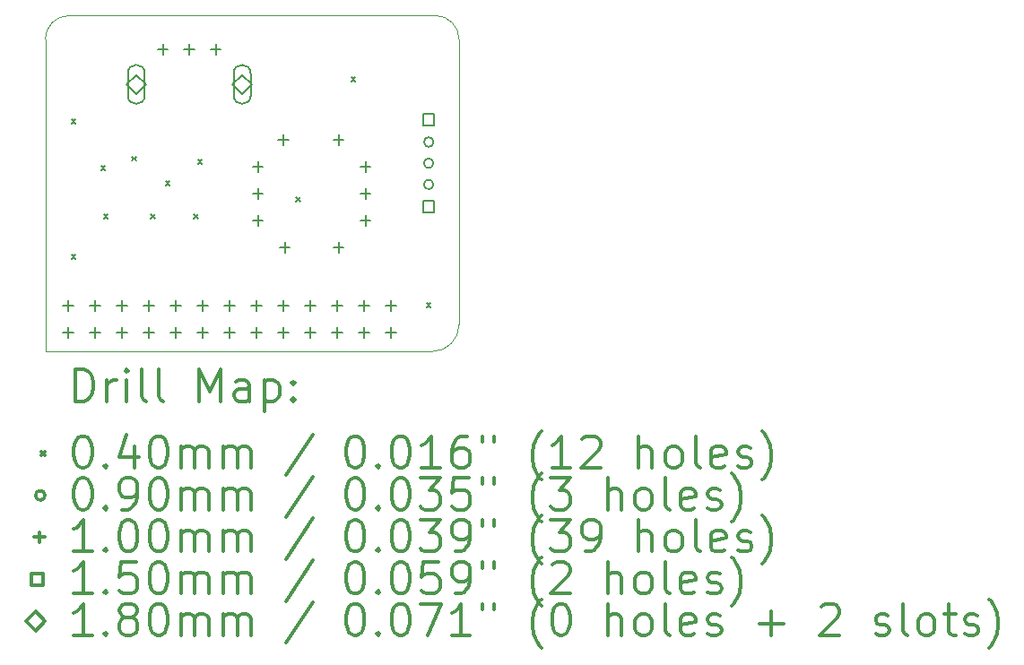
<source format=gbr>
%FSLAX45Y45*%
G04 Gerber Fmt 4.5, Leading zero omitted, Abs format (unit mm)*
G04 Created by KiCad (PCBNEW (5.1.9)-1) date 2021-03-08 16:55:14*
%MOMM*%
%LPD*%
G01*
G04 APERTURE LIST*
%TA.AperFunction,Profile*%
%ADD10C,0.050000*%
%TD*%
%ADD11C,0.200000*%
%ADD12C,0.300000*%
G04 APERTURE END LIST*
D10*
X7145000Y-6278000D02*
G75*
G02*
X6891000Y-6532000I-254000J0D01*
G01*
X7145000Y-3581400D02*
X7145000Y-6278000D01*
X3238500Y-3581400D02*
G75*
G02*
X3462000Y-3357900I223500J0D01*
G01*
X6921500Y-3357900D02*
G75*
G02*
X7145000Y-3581400I0J-223500D01*
G01*
X3462000Y-3357900D02*
X6921500Y-3357900D01*
X3238500Y-3581400D02*
X3238500Y-6532000D01*
X3238500Y-6532000D02*
X6891000Y-6532000D01*
D11*
X3485200Y-4336100D02*
X3525200Y-4376100D01*
X3525200Y-4336100D02*
X3485200Y-4376100D01*
X3485200Y-5618800D02*
X3525200Y-5658800D01*
X3525200Y-5618800D02*
X3485200Y-5658800D01*
X3764600Y-4780600D02*
X3804600Y-4820600D01*
X3804600Y-4780600D02*
X3764600Y-4820600D01*
X3790000Y-5237800D02*
X3830000Y-5277800D01*
X3830000Y-5237800D02*
X3790000Y-5277800D01*
X4056700Y-4690754D02*
X4096700Y-4730754D01*
X4096700Y-4690754D02*
X4056700Y-4730754D01*
X4234500Y-5237800D02*
X4274500Y-5277800D01*
X4274500Y-5237800D02*
X4234500Y-5277800D01*
X4374200Y-4920300D02*
X4414200Y-4960300D01*
X4414200Y-4920300D02*
X4374200Y-4960300D01*
X4640900Y-5237800D02*
X4680900Y-5277800D01*
X4680900Y-5237800D02*
X4640900Y-5277800D01*
X4679000Y-4717100D02*
X4719000Y-4757100D01*
X4719000Y-4717100D02*
X4679000Y-4757100D01*
X5606100Y-5072700D02*
X5646100Y-5112700D01*
X5646100Y-5072700D02*
X5606100Y-5112700D01*
X6126800Y-3942400D02*
X6166800Y-3982400D01*
X6166800Y-3942400D02*
X6126800Y-3982400D01*
X6838000Y-6076000D02*
X6878000Y-6116000D01*
X6878000Y-6076000D02*
X6838000Y-6116000D01*
X6903000Y-4553000D02*
G75*
G03*
X6903000Y-4553000I-45000J0D01*
G01*
X6903000Y-4753000D02*
G75*
G03*
X6903000Y-4753000I-45000J0D01*
G01*
X6903000Y-4953000D02*
G75*
G03*
X6903000Y-4953000I-45000J0D01*
G01*
X3454400Y-6046000D02*
X3454400Y-6146000D01*
X3404400Y-6096000D02*
X3504400Y-6096000D01*
X3454400Y-6300000D02*
X3454400Y-6400000D01*
X3404400Y-6350000D02*
X3504400Y-6350000D01*
X3708400Y-6046000D02*
X3708400Y-6146000D01*
X3658400Y-6096000D02*
X3758400Y-6096000D01*
X3708400Y-6300000D02*
X3708400Y-6400000D01*
X3658400Y-6350000D02*
X3758400Y-6350000D01*
X3962400Y-6046000D02*
X3962400Y-6146000D01*
X3912400Y-6096000D02*
X4012400Y-6096000D01*
X3962400Y-6300000D02*
X3962400Y-6400000D01*
X3912400Y-6350000D02*
X4012400Y-6350000D01*
X4216400Y-6046000D02*
X4216400Y-6146000D01*
X4166400Y-6096000D02*
X4266400Y-6096000D01*
X4216400Y-6300000D02*
X4216400Y-6400000D01*
X4166400Y-6350000D02*
X4266400Y-6350000D01*
X4347400Y-3628200D02*
X4347400Y-3728200D01*
X4297400Y-3678200D02*
X4397400Y-3678200D01*
X4470400Y-6046000D02*
X4470400Y-6146000D01*
X4420400Y-6096000D02*
X4520400Y-6096000D01*
X4470400Y-6300000D02*
X4470400Y-6400000D01*
X4420400Y-6350000D02*
X4520400Y-6350000D01*
X4597400Y-3628200D02*
X4597400Y-3728200D01*
X4547400Y-3678200D02*
X4647400Y-3678200D01*
X4724400Y-6046000D02*
X4724400Y-6146000D01*
X4674400Y-6096000D02*
X4774400Y-6096000D01*
X4724400Y-6300000D02*
X4724400Y-6400000D01*
X4674400Y-6350000D02*
X4774400Y-6350000D01*
X4847400Y-3628200D02*
X4847400Y-3728200D01*
X4797400Y-3678200D02*
X4897400Y-3678200D01*
X4978400Y-6046000D02*
X4978400Y-6146000D01*
X4928400Y-6096000D02*
X5028400Y-6096000D01*
X4978400Y-6300000D02*
X4978400Y-6400000D01*
X4928400Y-6350000D02*
X5028400Y-6350000D01*
X5232400Y-6046000D02*
X5232400Y-6146000D01*
X5182400Y-6096000D02*
X5282400Y-6096000D01*
X5232400Y-6300000D02*
X5232400Y-6400000D01*
X5182400Y-6350000D02*
X5282400Y-6350000D01*
X5245100Y-4737900D02*
X5245100Y-4837900D01*
X5195100Y-4787900D02*
X5295100Y-4787900D01*
X5245100Y-4991900D02*
X5245100Y-5091900D01*
X5195100Y-5041900D02*
X5295100Y-5041900D01*
X5245100Y-5245900D02*
X5245100Y-5345900D01*
X5195100Y-5295900D02*
X5295100Y-5295900D01*
X5486400Y-6046000D02*
X5486400Y-6146000D01*
X5436400Y-6096000D02*
X5536400Y-6096000D01*
X5486400Y-6300000D02*
X5486400Y-6400000D01*
X5436400Y-6350000D02*
X5536400Y-6350000D01*
X5488100Y-4483900D02*
X5488100Y-4583900D01*
X5438100Y-4533900D02*
X5538100Y-4533900D01*
X5499100Y-5499900D02*
X5499100Y-5599900D01*
X5449100Y-5549900D02*
X5549100Y-5549900D01*
X5740400Y-6046000D02*
X5740400Y-6146000D01*
X5690400Y-6096000D02*
X5790400Y-6096000D01*
X5740400Y-6300000D02*
X5740400Y-6400000D01*
X5690400Y-6350000D02*
X5790400Y-6350000D01*
X5994400Y-6046000D02*
X5994400Y-6146000D01*
X5944400Y-6096000D02*
X6044400Y-6096000D01*
X5994400Y-6300000D02*
X5994400Y-6400000D01*
X5944400Y-6350000D02*
X6044400Y-6350000D01*
X6007100Y-4483900D02*
X6007100Y-4583900D01*
X5957100Y-4533900D02*
X6057100Y-4533900D01*
X6007100Y-5499900D02*
X6007100Y-5599900D01*
X5957100Y-5549900D02*
X6057100Y-5549900D01*
X6248400Y-6046000D02*
X6248400Y-6146000D01*
X6198400Y-6096000D02*
X6298400Y-6096000D01*
X6248400Y-6300000D02*
X6248400Y-6400000D01*
X6198400Y-6350000D02*
X6298400Y-6350000D01*
X6261100Y-4737900D02*
X6261100Y-4837900D01*
X6211100Y-4787900D02*
X6311100Y-4787900D01*
X6261100Y-4991900D02*
X6261100Y-5091900D01*
X6211100Y-5041900D02*
X6311100Y-5041900D01*
X6261100Y-5245900D02*
X6261100Y-5345900D01*
X6211100Y-5295900D02*
X6311100Y-5295900D01*
X6502400Y-6046000D02*
X6502400Y-6146000D01*
X6452400Y-6096000D02*
X6552400Y-6096000D01*
X6502400Y-6300000D02*
X6502400Y-6400000D01*
X6452400Y-6350000D02*
X6552400Y-6350000D01*
X6911033Y-4396034D02*
X6911033Y-4289967D01*
X6804966Y-4289967D01*
X6804966Y-4396034D01*
X6911033Y-4396034D01*
X6911033Y-5216034D02*
X6911033Y-5109967D01*
X6804966Y-5109967D01*
X6804966Y-5216034D01*
X6911033Y-5216034D01*
X4097400Y-4098200D02*
X4187400Y-4008200D01*
X4097400Y-3918200D01*
X4007400Y-4008200D01*
X4097400Y-4098200D01*
X4177400Y-4113200D02*
X4177400Y-3903200D01*
X4017400Y-4113200D02*
X4017400Y-3903200D01*
X4177400Y-3903200D02*
G75*
G03*
X4017400Y-3903200I-80000J0D01*
G01*
X4017400Y-4113200D02*
G75*
G03*
X4177400Y-4113200I80000J0D01*
G01*
X5097400Y-4098200D02*
X5187400Y-4008200D01*
X5097400Y-3918200D01*
X5007400Y-4008200D01*
X5097400Y-4098200D01*
X5177400Y-4113200D02*
X5177400Y-3903200D01*
X5017400Y-4113200D02*
X5017400Y-3903200D01*
X5177400Y-3903200D02*
G75*
G03*
X5017400Y-3903200I-80000J0D01*
G01*
X5017400Y-4113200D02*
G75*
G03*
X5177400Y-4113200I80000J0D01*
G01*
D12*
X3522428Y-7000214D02*
X3522428Y-6700214D01*
X3593857Y-6700214D01*
X3636714Y-6714500D01*
X3665286Y-6743071D01*
X3679571Y-6771643D01*
X3693857Y-6828786D01*
X3693857Y-6871643D01*
X3679571Y-6928786D01*
X3665286Y-6957357D01*
X3636714Y-6985929D01*
X3593857Y-7000214D01*
X3522428Y-7000214D01*
X3822428Y-7000214D02*
X3822428Y-6800214D01*
X3822428Y-6857357D02*
X3836714Y-6828786D01*
X3851000Y-6814500D01*
X3879571Y-6800214D01*
X3908143Y-6800214D01*
X4008143Y-7000214D02*
X4008143Y-6800214D01*
X4008143Y-6700214D02*
X3993857Y-6714500D01*
X4008143Y-6728786D01*
X4022428Y-6714500D01*
X4008143Y-6700214D01*
X4008143Y-6728786D01*
X4193857Y-7000214D02*
X4165286Y-6985929D01*
X4151000Y-6957357D01*
X4151000Y-6700214D01*
X4351000Y-7000214D02*
X4322428Y-6985929D01*
X4308143Y-6957357D01*
X4308143Y-6700214D01*
X4693857Y-7000214D02*
X4693857Y-6700214D01*
X4793857Y-6914500D01*
X4893857Y-6700214D01*
X4893857Y-7000214D01*
X5165286Y-7000214D02*
X5165286Y-6843071D01*
X5151000Y-6814500D01*
X5122428Y-6800214D01*
X5065286Y-6800214D01*
X5036714Y-6814500D01*
X5165286Y-6985929D02*
X5136714Y-7000214D01*
X5065286Y-7000214D01*
X5036714Y-6985929D01*
X5022428Y-6957357D01*
X5022428Y-6928786D01*
X5036714Y-6900214D01*
X5065286Y-6885929D01*
X5136714Y-6885929D01*
X5165286Y-6871643D01*
X5308143Y-6800214D02*
X5308143Y-7100214D01*
X5308143Y-6814500D02*
X5336714Y-6800214D01*
X5393857Y-6800214D01*
X5422428Y-6814500D01*
X5436714Y-6828786D01*
X5451000Y-6857357D01*
X5451000Y-6943071D01*
X5436714Y-6971643D01*
X5422428Y-6985929D01*
X5393857Y-7000214D01*
X5336714Y-7000214D01*
X5308143Y-6985929D01*
X5579571Y-6971643D02*
X5593857Y-6985929D01*
X5579571Y-7000214D01*
X5565286Y-6985929D01*
X5579571Y-6971643D01*
X5579571Y-7000214D01*
X5579571Y-6814500D02*
X5593857Y-6828786D01*
X5579571Y-6843071D01*
X5565286Y-6828786D01*
X5579571Y-6814500D01*
X5579571Y-6843071D01*
X3196000Y-7474500D02*
X3236000Y-7514500D01*
X3236000Y-7474500D02*
X3196000Y-7514500D01*
X3579571Y-7330214D02*
X3608143Y-7330214D01*
X3636714Y-7344500D01*
X3651000Y-7358786D01*
X3665286Y-7387357D01*
X3679571Y-7444500D01*
X3679571Y-7515929D01*
X3665286Y-7573071D01*
X3651000Y-7601643D01*
X3636714Y-7615929D01*
X3608143Y-7630214D01*
X3579571Y-7630214D01*
X3551000Y-7615929D01*
X3536714Y-7601643D01*
X3522428Y-7573071D01*
X3508143Y-7515929D01*
X3508143Y-7444500D01*
X3522428Y-7387357D01*
X3536714Y-7358786D01*
X3551000Y-7344500D01*
X3579571Y-7330214D01*
X3808143Y-7601643D02*
X3822428Y-7615929D01*
X3808143Y-7630214D01*
X3793857Y-7615929D01*
X3808143Y-7601643D01*
X3808143Y-7630214D01*
X4079571Y-7430214D02*
X4079571Y-7630214D01*
X4008143Y-7315929D02*
X3936714Y-7530214D01*
X4122428Y-7530214D01*
X4293857Y-7330214D02*
X4322428Y-7330214D01*
X4351000Y-7344500D01*
X4365286Y-7358786D01*
X4379571Y-7387357D01*
X4393857Y-7444500D01*
X4393857Y-7515929D01*
X4379571Y-7573071D01*
X4365286Y-7601643D01*
X4351000Y-7615929D01*
X4322428Y-7630214D01*
X4293857Y-7630214D01*
X4265286Y-7615929D01*
X4251000Y-7601643D01*
X4236714Y-7573071D01*
X4222428Y-7515929D01*
X4222428Y-7444500D01*
X4236714Y-7387357D01*
X4251000Y-7358786D01*
X4265286Y-7344500D01*
X4293857Y-7330214D01*
X4522428Y-7630214D02*
X4522428Y-7430214D01*
X4522428Y-7458786D02*
X4536714Y-7444500D01*
X4565286Y-7430214D01*
X4608143Y-7430214D01*
X4636714Y-7444500D01*
X4651000Y-7473071D01*
X4651000Y-7630214D01*
X4651000Y-7473071D02*
X4665286Y-7444500D01*
X4693857Y-7430214D01*
X4736714Y-7430214D01*
X4765286Y-7444500D01*
X4779571Y-7473071D01*
X4779571Y-7630214D01*
X4922428Y-7630214D02*
X4922428Y-7430214D01*
X4922428Y-7458786D02*
X4936714Y-7444500D01*
X4965286Y-7430214D01*
X5008143Y-7430214D01*
X5036714Y-7444500D01*
X5051000Y-7473071D01*
X5051000Y-7630214D01*
X5051000Y-7473071D02*
X5065286Y-7444500D01*
X5093857Y-7430214D01*
X5136714Y-7430214D01*
X5165286Y-7444500D01*
X5179571Y-7473071D01*
X5179571Y-7630214D01*
X5765286Y-7315929D02*
X5508143Y-7701643D01*
X6151000Y-7330214D02*
X6179571Y-7330214D01*
X6208143Y-7344500D01*
X6222428Y-7358786D01*
X6236714Y-7387357D01*
X6251000Y-7444500D01*
X6251000Y-7515929D01*
X6236714Y-7573071D01*
X6222428Y-7601643D01*
X6208143Y-7615929D01*
X6179571Y-7630214D01*
X6151000Y-7630214D01*
X6122428Y-7615929D01*
X6108143Y-7601643D01*
X6093857Y-7573071D01*
X6079571Y-7515929D01*
X6079571Y-7444500D01*
X6093857Y-7387357D01*
X6108143Y-7358786D01*
X6122428Y-7344500D01*
X6151000Y-7330214D01*
X6379571Y-7601643D02*
X6393857Y-7615929D01*
X6379571Y-7630214D01*
X6365286Y-7615929D01*
X6379571Y-7601643D01*
X6379571Y-7630214D01*
X6579571Y-7330214D02*
X6608143Y-7330214D01*
X6636714Y-7344500D01*
X6651000Y-7358786D01*
X6665286Y-7387357D01*
X6679571Y-7444500D01*
X6679571Y-7515929D01*
X6665286Y-7573071D01*
X6651000Y-7601643D01*
X6636714Y-7615929D01*
X6608143Y-7630214D01*
X6579571Y-7630214D01*
X6551000Y-7615929D01*
X6536714Y-7601643D01*
X6522428Y-7573071D01*
X6508143Y-7515929D01*
X6508143Y-7444500D01*
X6522428Y-7387357D01*
X6536714Y-7358786D01*
X6551000Y-7344500D01*
X6579571Y-7330214D01*
X6965286Y-7630214D02*
X6793857Y-7630214D01*
X6879571Y-7630214D02*
X6879571Y-7330214D01*
X6851000Y-7373071D01*
X6822428Y-7401643D01*
X6793857Y-7415929D01*
X7222428Y-7330214D02*
X7165286Y-7330214D01*
X7136714Y-7344500D01*
X7122428Y-7358786D01*
X7093857Y-7401643D01*
X7079571Y-7458786D01*
X7079571Y-7573071D01*
X7093857Y-7601643D01*
X7108143Y-7615929D01*
X7136714Y-7630214D01*
X7193857Y-7630214D01*
X7222428Y-7615929D01*
X7236714Y-7601643D01*
X7251000Y-7573071D01*
X7251000Y-7501643D01*
X7236714Y-7473071D01*
X7222428Y-7458786D01*
X7193857Y-7444500D01*
X7136714Y-7444500D01*
X7108143Y-7458786D01*
X7093857Y-7473071D01*
X7079571Y-7501643D01*
X7365286Y-7330214D02*
X7365286Y-7387357D01*
X7479571Y-7330214D02*
X7479571Y-7387357D01*
X7922428Y-7744500D02*
X7908143Y-7730214D01*
X7879571Y-7687357D01*
X7865286Y-7658786D01*
X7851000Y-7615929D01*
X7836714Y-7544500D01*
X7836714Y-7487357D01*
X7851000Y-7415929D01*
X7865286Y-7373071D01*
X7879571Y-7344500D01*
X7908143Y-7301643D01*
X7922428Y-7287357D01*
X8193857Y-7630214D02*
X8022428Y-7630214D01*
X8108143Y-7630214D02*
X8108143Y-7330214D01*
X8079571Y-7373071D01*
X8051000Y-7401643D01*
X8022428Y-7415929D01*
X8308143Y-7358786D02*
X8322428Y-7344500D01*
X8351000Y-7330214D01*
X8422428Y-7330214D01*
X8451000Y-7344500D01*
X8465286Y-7358786D01*
X8479571Y-7387357D01*
X8479571Y-7415929D01*
X8465286Y-7458786D01*
X8293857Y-7630214D01*
X8479571Y-7630214D01*
X8836714Y-7630214D02*
X8836714Y-7330214D01*
X8965286Y-7630214D02*
X8965286Y-7473071D01*
X8951000Y-7444500D01*
X8922428Y-7430214D01*
X8879571Y-7430214D01*
X8851000Y-7444500D01*
X8836714Y-7458786D01*
X9151000Y-7630214D02*
X9122428Y-7615929D01*
X9108143Y-7601643D01*
X9093857Y-7573071D01*
X9093857Y-7487357D01*
X9108143Y-7458786D01*
X9122428Y-7444500D01*
X9151000Y-7430214D01*
X9193857Y-7430214D01*
X9222428Y-7444500D01*
X9236714Y-7458786D01*
X9251000Y-7487357D01*
X9251000Y-7573071D01*
X9236714Y-7601643D01*
X9222428Y-7615929D01*
X9193857Y-7630214D01*
X9151000Y-7630214D01*
X9422428Y-7630214D02*
X9393857Y-7615929D01*
X9379571Y-7587357D01*
X9379571Y-7330214D01*
X9651000Y-7615929D02*
X9622428Y-7630214D01*
X9565286Y-7630214D01*
X9536714Y-7615929D01*
X9522428Y-7587357D01*
X9522428Y-7473071D01*
X9536714Y-7444500D01*
X9565286Y-7430214D01*
X9622428Y-7430214D01*
X9651000Y-7444500D01*
X9665286Y-7473071D01*
X9665286Y-7501643D01*
X9522428Y-7530214D01*
X9779571Y-7615929D02*
X9808143Y-7630214D01*
X9865286Y-7630214D01*
X9893857Y-7615929D01*
X9908143Y-7587357D01*
X9908143Y-7573071D01*
X9893857Y-7544500D01*
X9865286Y-7530214D01*
X9822428Y-7530214D01*
X9793857Y-7515929D01*
X9779571Y-7487357D01*
X9779571Y-7473071D01*
X9793857Y-7444500D01*
X9822428Y-7430214D01*
X9865286Y-7430214D01*
X9893857Y-7444500D01*
X10008143Y-7744500D02*
X10022428Y-7730214D01*
X10051000Y-7687357D01*
X10065286Y-7658786D01*
X10079571Y-7615929D01*
X10093857Y-7544500D01*
X10093857Y-7487357D01*
X10079571Y-7415929D01*
X10065286Y-7373071D01*
X10051000Y-7344500D01*
X10022428Y-7301643D01*
X10008143Y-7287357D01*
X3236000Y-7890500D02*
G75*
G03*
X3236000Y-7890500I-45000J0D01*
G01*
X3579571Y-7726214D02*
X3608143Y-7726214D01*
X3636714Y-7740500D01*
X3651000Y-7754786D01*
X3665286Y-7783357D01*
X3679571Y-7840500D01*
X3679571Y-7911929D01*
X3665286Y-7969071D01*
X3651000Y-7997643D01*
X3636714Y-8011929D01*
X3608143Y-8026214D01*
X3579571Y-8026214D01*
X3551000Y-8011929D01*
X3536714Y-7997643D01*
X3522428Y-7969071D01*
X3508143Y-7911929D01*
X3508143Y-7840500D01*
X3522428Y-7783357D01*
X3536714Y-7754786D01*
X3551000Y-7740500D01*
X3579571Y-7726214D01*
X3808143Y-7997643D02*
X3822428Y-8011929D01*
X3808143Y-8026214D01*
X3793857Y-8011929D01*
X3808143Y-7997643D01*
X3808143Y-8026214D01*
X3965286Y-8026214D02*
X4022428Y-8026214D01*
X4051000Y-8011929D01*
X4065286Y-7997643D01*
X4093857Y-7954786D01*
X4108143Y-7897643D01*
X4108143Y-7783357D01*
X4093857Y-7754786D01*
X4079571Y-7740500D01*
X4051000Y-7726214D01*
X3993857Y-7726214D01*
X3965286Y-7740500D01*
X3951000Y-7754786D01*
X3936714Y-7783357D01*
X3936714Y-7854786D01*
X3951000Y-7883357D01*
X3965286Y-7897643D01*
X3993857Y-7911929D01*
X4051000Y-7911929D01*
X4079571Y-7897643D01*
X4093857Y-7883357D01*
X4108143Y-7854786D01*
X4293857Y-7726214D02*
X4322428Y-7726214D01*
X4351000Y-7740500D01*
X4365286Y-7754786D01*
X4379571Y-7783357D01*
X4393857Y-7840500D01*
X4393857Y-7911929D01*
X4379571Y-7969071D01*
X4365286Y-7997643D01*
X4351000Y-8011929D01*
X4322428Y-8026214D01*
X4293857Y-8026214D01*
X4265286Y-8011929D01*
X4251000Y-7997643D01*
X4236714Y-7969071D01*
X4222428Y-7911929D01*
X4222428Y-7840500D01*
X4236714Y-7783357D01*
X4251000Y-7754786D01*
X4265286Y-7740500D01*
X4293857Y-7726214D01*
X4522428Y-8026214D02*
X4522428Y-7826214D01*
X4522428Y-7854786D02*
X4536714Y-7840500D01*
X4565286Y-7826214D01*
X4608143Y-7826214D01*
X4636714Y-7840500D01*
X4651000Y-7869071D01*
X4651000Y-8026214D01*
X4651000Y-7869071D02*
X4665286Y-7840500D01*
X4693857Y-7826214D01*
X4736714Y-7826214D01*
X4765286Y-7840500D01*
X4779571Y-7869071D01*
X4779571Y-8026214D01*
X4922428Y-8026214D02*
X4922428Y-7826214D01*
X4922428Y-7854786D02*
X4936714Y-7840500D01*
X4965286Y-7826214D01*
X5008143Y-7826214D01*
X5036714Y-7840500D01*
X5051000Y-7869071D01*
X5051000Y-8026214D01*
X5051000Y-7869071D02*
X5065286Y-7840500D01*
X5093857Y-7826214D01*
X5136714Y-7826214D01*
X5165286Y-7840500D01*
X5179571Y-7869071D01*
X5179571Y-8026214D01*
X5765286Y-7711929D02*
X5508143Y-8097643D01*
X6151000Y-7726214D02*
X6179571Y-7726214D01*
X6208143Y-7740500D01*
X6222428Y-7754786D01*
X6236714Y-7783357D01*
X6251000Y-7840500D01*
X6251000Y-7911929D01*
X6236714Y-7969071D01*
X6222428Y-7997643D01*
X6208143Y-8011929D01*
X6179571Y-8026214D01*
X6151000Y-8026214D01*
X6122428Y-8011929D01*
X6108143Y-7997643D01*
X6093857Y-7969071D01*
X6079571Y-7911929D01*
X6079571Y-7840500D01*
X6093857Y-7783357D01*
X6108143Y-7754786D01*
X6122428Y-7740500D01*
X6151000Y-7726214D01*
X6379571Y-7997643D02*
X6393857Y-8011929D01*
X6379571Y-8026214D01*
X6365286Y-8011929D01*
X6379571Y-7997643D01*
X6379571Y-8026214D01*
X6579571Y-7726214D02*
X6608143Y-7726214D01*
X6636714Y-7740500D01*
X6651000Y-7754786D01*
X6665286Y-7783357D01*
X6679571Y-7840500D01*
X6679571Y-7911929D01*
X6665286Y-7969071D01*
X6651000Y-7997643D01*
X6636714Y-8011929D01*
X6608143Y-8026214D01*
X6579571Y-8026214D01*
X6551000Y-8011929D01*
X6536714Y-7997643D01*
X6522428Y-7969071D01*
X6508143Y-7911929D01*
X6508143Y-7840500D01*
X6522428Y-7783357D01*
X6536714Y-7754786D01*
X6551000Y-7740500D01*
X6579571Y-7726214D01*
X6779571Y-7726214D02*
X6965286Y-7726214D01*
X6865286Y-7840500D01*
X6908143Y-7840500D01*
X6936714Y-7854786D01*
X6951000Y-7869071D01*
X6965286Y-7897643D01*
X6965286Y-7969071D01*
X6951000Y-7997643D01*
X6936714Y-8011929D01*
X6908143Y-8026214D01*
X6822428Y-8026214D01*
X6793857Y-8011929D01*
X6779571Y-7997643D01*
X7236714Y-7726214D02*
X7093857Y-7726214D01*
X7079571Y-7869071D01*
X7093857Y-7854786D01*
X7122428Y-7840500D01*
X7193857Y-7840500D01*
X7222428Y-7854786D01*
X7236714Y-7869071D01*
X7251000Y-7897643D01*
X7251000Y-7969071D01*
X7236714Y-7997643D01*
X7222428Y-8011929D01*
X7193857Y-8026214D01*
X7122428Y-8026214D01*
X7093857Y-8011929D01*
X7079571Y-7997643D01*
X7365286Y-7726214D02*
X7365286Y-7783357D01*
X7479571Y-7726214D02*
X7479571Y-7783357D01*
X7922428Y-8140500D02*
X7908143Y-8126214D01*
X7879571Y-8083357D01*
X7865286Y-8054786D01*
X7851000Y-8011929D01*
X7836714Y-7940500D01*
X7836714Y-7883357D01*
X7851000Y-7811929D01*
X7865286Y-7769071D01*
X7879571Y-7740500D01*
X7908143Y-7697643D01*
X7922428Y-7683357D01*
X8008143Y-7726214D02*
X8193857Y-7726214D01*
X8093857Y-7840500D01*
X8136714Y-7840500D01*
X8165286Y-7854786D01*
X8179571Y-7869071D01*
X8193857Y-7897643D01*
X8193857Y-7969071D01*
X8179571Y-7997643D01*
X8165286Y-8011929D01*
X8136714Y-8026214D01*
X8051000Y-8026214D01*
X8022428Y-8011929D01*
X8008143Y-7997643D01*
X8551000Y-8026214D02*
X8551000Y-7726214D01*
X8679571Y-8026214D02*
X8679571Y-7869071D01*
X8665286Y-7840500D01*
X8636714Y-7826214D01*
X8593857Y-7826214D01*
X8565286Y-7840500D01*
X8551000Y-7854786D01*
X8865286Y-8026214D02*
X8836714Y-8011929D01*
X8822428Y-7997643D01*
X8808143Y-7969071D01*
X8808143Y-7883357D01*
X8822428Y-7854786D01*
X8836714Y-7840500D01*
X8865286Y-7826214D01*
X8908143Y-7826214D01*
X8936714Y-7840500D01*
X8951000Y-7854786D01*
X8965286Y-7883357D01*
X8965286Y-7969071D01*
X8951000Y-7997643D01*
X8936714Y-8011929D01*
X8908143Y-8026214D01*
X8865286Y-8026214D01*
X9136714Y-8026214D02*
X9108143Y-8011929D01*
X9093857Y-7983357D01*
X9093857Y-7726214D01*
X9365286Y-8011929D02*
X9336714Y-8026214D01*
X9279571Y-8026214D01*
X9251000Y-8011929D01*
X9236714Y-7983357D01*
X9236714Y-7869071D01*
X9251000Y-7840500D01*
X9279571Y-7826214D01*
X9336714Y-7826214D01*
X9365286Y-7840500D01*
X9379571Y-7869071D01*
X9379571Y-7897643D01*
X9236714Y-7926214D01*
X9493857Y-8011929D02*
X9522428Y-8026214D01*
X9579571Y-8026214D01*
X9608143Y-8011929D01*
X9622428Y-7983357D01*
X9622428Y-7969071D01*
X9608143Y-7940500D01*
X9579571Y-7926214D01*
X9536714Y-7926214D01*
X9508143Y-7911929D01*
X9493857Y-7883357D01*
X9493857Y-7869071D01*
X9508143Y-7840500D01*
X9536714Y-7826214D01*
X9579571Y-7826214D01*
X9608143Y-7840500D01*
X9722428Y-8140500D02*
X9736714Y-8126214D01*
X9765286Y-8083357D01*
X9779571Y-8054786D01*
X9793857Y-8011929D01*
X9808143Y-7940500D01*
X9808143Y-7883357D01*
X9793857Y-7811929D01*
X9779571Y-7769071D01*
X9765286Y-7740500D01*
X9736714Y-7697643D01*
X9722428Y-7683357D01*
X3186000Y-8236500D02*
X3186000Y-8336500D01*
X3136000Y-8286500D02*
X3236000Y-8286500D01*
X3679571Y-8422214D02*
X3508143Y-8422214D01*
X3593857Y-8422214D02*
X3593857Y-8122214D01*
X3565286Y-8165071D01*
X3536714Y-8193643D01*
X3508143Y-8207929D01*
X3808143Y-8393643D02*
X3822428Y-8407929D01*
X3808143Y-8422214D01*
X3793857Y-8407929D01*
X3808143Y-8393643D01*
X3808143Y-8422214D01*
X4008143Y-8122214D02*
X4036714Y-8122214D01*
X4065286Y-8136500D01*
X4079571Y-8150786D01*
X4093857Y-8179357D01*
X4108143Y-8236500D01*
X4108143Y-8307929D01*
X4093857Y-8365071D01*
X4079571Y-8393643D01*
X4065286Y-8407929D01*
X4036714Y-8422214D01*
X4008143Y-8422214D01*
X3979571Y-8407929D01*
X3965286Y-8393643D01*
X3951000Y-8365071D01*
X3936714Y-8307929D01*
X3936714Y-8236500D01*
X3951000Y-8179357D01*
X3965286Y-8150786D01*
X3979571Y-8136500D01*
X4008143Y-8122214D01*
X4293857Y-8122214D02*
X4322428Y-8122214D01*
X4351000Y-8136500D01*
X4365286Y-8150786D01*
X4379571Y-8179357D01*
X4393857Y-8236500D01*
X4393857Y-8307929D01*
X4379571Y-8365071D01*
X4365286Y-8393643D01*
X4351000Y-8407929D01*
X4322428Y-8422214D01*
X4293857Y-8422214D01*
X4265286Y-8407929D01*
X4251000Y-8393643D01*
X4236714Y-8365071D01*
X4222428Y-8307929D01*
X4222428Y-8236500D01*
X4236714Y-8179357D01*
X4251000Y-8150786D01*
X4265286Y-8136500D01*
X4293857Y-8122214D01*
X4522428Y-8422214D02*
X4522428Y-8222214D01*
X4522428Y-8250786D02*
X4536714Y-8236500D01*
X4565286Y-8222214D01*
X4608143Y-8222214D01*
X4636714Y-8236500D01*
X4651000Y-8265071D01*
X4651000Y-8422214D01*
X4651000Y-8265071D02*
X4665286Y-8236500D01*
X4693857Y-8222214D01*
X4736714Y-8222214D01*
X4765286Y-8236500D01*
X4779571Y-8265071D01*
X4779571Y-8422214D01*
X4922428Y-8422214D02*
X4922428Y-8222214D01*
X4922428Y-8250786D02*
X4936714Y-8236500D01*
X4965286Y-8222214D01*
X5008143Y-8222214D01*
X5036714Y-8236500D01*
X5051000Y-8265071D01*
X5051000Y-8422214D01*
X5051000Y-8265071D02*
X5065286Y-8236500D01*
X5093857Y-8222214D01*
X5136714Y-8222214D01*
X5165286Y-8236500D01*
X5179571Y-8265071D01*
X5179571Y-8422214D01*
X5765286Y-8107929D02*
X5508143Y-8493643D01*
X6151000Y-8122214D02*
X6179571Y-8122214D01*
X6208143Y-8136500D01*
X6222428Y-8150786D01*
X6236714Y-8179357D01*
X6251000Y-8236500D01*
X6251000Y-8307929D01*
X6236714Y-8365071D01*
X6222428Y-8393643D01*
X6208143Y-8407929D01*
X6179571Y-8422214D01*
X6151000Y-8422214D01*
X6122428Y-8407929D01*
X6108143Y-8393643D01*
X6093857Y-8365071D01*
X6079571Y-8307929D01*
X6079571Y-8236500D01*
X6093857Y-8179357D01*
X6108143Y-8150786D01*
X6122428Y-8136500D01*
X6151000Y-8122214D01*
X6379571Y-8393643D02*
X6393857Y-8407929D01*
X6379571Y-8422214D01*
X6365286Y-8407929D01*
X6379571Y-8393643D01*
X6379571Y-8422214D01*
X6579571Y-8122214D02*
X6608143Y-8122214D01*
X6636714Y-8136500D01*
X6651000Y-8150786D01*
X6665286Y-8179357D01*
X6679571Y-8236500D01*
X6679571Y-8307929D01*
X6665286Y-8365071D01*
X6651000Y-8393643D01*
X6636714Y-8407929D01*
X6608143Y-8422214D01*
X6579571Y-8422214D01*
X6551000Y-8407929D01*
X6536714Y-8393643D01*
X6522428Y-8365071D01*
X6508143Y-8307929D01*
X6508143Y-8236500D01*
X6522428Y-8179357D01*
X6536714Y-8150786D01*
X6551000Y-8136500D01*
X6579571Y-8122214D01*
X6779571Y-8122214D02*
X6965286Y-8122214D01*
X6865286Y-8236500D01*
X6908143Y-8236500D01*
X6936714Y-8250786D01*
X6951000Y-8265071D01*
X6965286Y-8293643D01*
X6965286Y-8365071D01*
X6951000Y-8393643D01*
X6936714Y-8407929D01*
X6908143Y-8422214D01*
X6822428Y-8422214D01*
X6793857Y-8407929D01*
X6779571Y-8393643D01*
X7108143Y-8422214D02*
X7165286Y-8422214D01*
X7193857Y-8407929D01*
X7208143Y-8393643D01*
X7236714Y-8350786D01*
X7251000Y-8293643D01*
X7251000Y-8179357D01*
X7236714Y-8150786D01*
X7222428Y-8136500D01*
X7193857Y-8122214D01*
X7136714Y-8122214D01*
X7108143Y-8136500D01*
X7093857Y-8150786D01*
X7079571Y-8179357D01*
X7079571Y-8250786D01*
X7093857Y-8279357D01*
X7108143Y-8293643D01*
X7136714Y-8307929D01*
X7193857Y-8307929D01*
X7222428Y-8293643D01*
X7236714Y-8279357D01*
X7251000Y-8250786D01*
X7365286Y-8122214D02*
X7365286Y-8179357D01*
X7479571Y-8122214D02*
X7479571Y-8179357D01*
X7922428Y-8536500D02*
X7908143Y-8522214D01*
X7879571Y-8479357D01*
X7865286Y-8450786D01*
X7851000Y-8407929D01*
X7836714Y-8336500D01*
X7836714Y-8279357D01*
X7851000Y-8207929D01*
X7865286Y-8165071D01*
X7879571Y-8136500D01*
X7908143Y-8093643D01*
X7922428Y-8079357D01*
X8008143Y-8122214D02*
X8193857Y-8122214D01*
X8093857Y-8236500D01*
X8136714Y-8236500D01*
X8165286Y-8250786D01*
X8179571Y-8265071D01*
X8193857Y-8293643D01*
X8193857Y-8365071D01*
X8179571Y-8393643D01*
X8165286Y-8407929D01*
X8136714Y-8422214D01*
X8051000Y-8422214D01*
X8022428Y-8407929D01*
X8008143Y-8393643D01*
X8336714Y-8422214D02*
X8393857Y-8422214D01*
X8422428Y-8407929D01*
X8436714Y-8393643D01*
X8465286Y-8350786D01*
X8479571Y-8293643D01*
X8479571Y-8179357D01*
X8465286Y-8150786D01*
X8451000Y-8136500D01*
X8422428Y-8122214D01*
X8365286Y-8122214D01*
X8336714Y-8136500D01*
X8322428Y-8150786D01*
X8308143Y-8179357D01*
X8308143Y-8250786D01*
X8322428Y-8279357D01*
X8336714Y-8293643D01*
X8365286Y-8307929D01*
X8422428Y-8307929D01*
X8451000Y-8293643D01*
X8465286Y-8279357D01*
X8479571Y-8250786D01*
X8836714Y-8422214D02*
X8836714Y-8122214D01*
X8965286Y-8422214D02*
X8965286Y-8265071D01*
X8951000Y-8236500D01*
X8922428Y-8222214D01*
X8879571Y-8222214D01*
X8851000Y-8236500D01*
X8836714Y-8250786D01*
X9151000Y-8422214D02*
X9122428Y-8407929D01*
X9108143Y-8393643D01*
X9093857Y-8365071D01*
X9093857Y-8279357D01*
X9108143Y-8250786D01*
X9122428Y-8236500D01*
X9151000Y-8222214D01*
X9193857Y-8222214D01*
X9222428Y-8236500D01*
X9236714Y-8250786D01*
X9251000Y-8279357D01*
X9251000Y-8365071D01*
X9236714Y-8393643D01*
X9222428Y-8407929D01*
X9193857Y-8422214D01*
X9151000Y-8422214D01*
X9422428Y-8422214D02*
X9393857Y-8407929D01*
X9379571Y-8379357D01*
X9379571Y-8122214D01*
X9651000Y-8407929D02*
X9622428Y-8422214D01*
X9565286Y-8422214D01*
X9536714Y-8407929D01*
X9522428Y-8379357D01*
X9522428Y-8265071D01*
X9536714Y-8236500D01*
X9565286Y-8222214D01*
X9622428Y-8222214D01*
X9651000Y-8236500D01*
X9665286Y-8265071D01*
X9665286Y-8293643D01*
X9522428Y-8322214D01*
X9779571Y-8407929D02*
X9808143Y-8422214D01*
X9865286Y-8422214D01*
X9893857Y-8407929D01*
X9908143Y-8379357D01*
X9908143Y-8365071D01*
X9893857Y-8336500D01*
X9865286Y-8322214D01*
X9822428Y-8322214D01*
X9793857Y-8307929D01*
X9779571Y-8279357D01*
X9779571Y-8265071D01*
X9793857Y-8236500D01*
X9822428Y-8222214D01*
X9865286Y-8222214D01*
X9893857Y-8236500D01*
X10008143Y-8536500D02*
X10022428Y-8522214D01*
X10051000Y-8479357D01*
X10065286Y-8450786D01*
X10079571Y-8407929D01*
X10093857Y-8336500D01*
X10093857Y-8279357D01*
X10079571Y-8207929D01*
X10065286Y-8165071D01*
X10051000Y-8136500D01*
X10022428Y-8093643D01*
X10008143Y-8079357D01*
X3214033Y-8735534D02*
X3214033Y-8629467D01*
X3107966Y-8629467D01*
X3107966Y-8735534D01*
X3214033Y-8735534D01*
X3679571Y-8818214D02*
X3508143Y-8818214D01*
X3593857Y-8818214D02*
X3593857Y-8518214D01*
X3565286Y-8561072D01*
X3536714Y-8589643D01*
X3508143Y-8603929D01*
X3808143Y-8789643D02*
X3822428Y-8803929D01*
X3808143Y-8818214D01*
X3793857Y-8803929D01*
X3808143Y-8789643D01*
X3808143Y-8818214D01*
X4093857Y-8518214D02*
X3951000Y-8518214D01*
X3936714Y-8661072D01*
X3951000Y-8646786D01*
X3979571Y-8632500D01*
X4051000Y-8632500D01*
X4079571Y-8646786D01*
X4093857Y-8661072D01*
X4108143Y-8689643D01*
X4108143Y-8761072D01*
X4093857Y-8789643D01*
X4079571Y-8803929D01*
X4051000Y-8818214D01*
X3979571Y-8818214D01*
X3951000Y-8803929D01*
X3936714Y-8789643D01*
X4293857Y-8518214D02*
X4322428Y-8518214D01*
X4351000Y-8532500D01*
X4365286Y-8546786D01*
X4379571Y-8575357D01*
X4393857Y-8632500D01*
X4393857Y-8703929D01*
X4379571Y-8761072D01*
X4365286Y-8789643D01*
X4351000Y-8803929D01*
X4322428Y-8818214D01*
X4293857Y-8818214D01*
X4265286Y-8803929D01*
X4251000Y-8789643D01*
X4236714Y-8761072D01*
X4222428Y-8703929D01*
X4222428Y-8632500D01*
X4236714Y-8575357D01*
X4251000Y-8546786D01*
X4265286Y-8532500D01*
X4293857Y-8518214D01*
X4522428Y-8818214D02*
X4522428Y-8618214D01*
X4522428Y-8646786D02*
X4536714Y-8632500D01*
X4565286Y-8618214D01*
X4608143Y-8618214D01*
X4636714Y-8632500D01*
X4651000Y-8661072D01*
X4651000Y-8818214D01*
X4651000Y-8661072D02*
X4665286Y-8632500D01*
X4693857Y-8618214D01*
X4736714Y-8618214D01*
X4765286Y-8632500D01*
X4779571Y-8661072D01*
X4779571Y-8818214D01*
X4922428Y-8818214D02*
X4922428Y-8618214D01*
X4922428Y-8646786D02*
X4936714Y-8632500D01*
X4965286Y-8618214D01*
X5008143Y-8618214D01*
X5036714Y-8632500D01*
X5051000Y-8661072D01*
X5051000Y-8818214D01*
X5051000Y-8661072D02*
X5065286Y-8632500D01*
X5093857Y-8618214D01*
X5136714Y-8618214D01*
X5165286Y-8632500D01*
X5179571Y-8661072D01*
X5179571Y-8818214D01*
X5765286Y-8503929D02*
X5508143Y-8889643D01*
X6151000Y-8518214D02*
X6179571Y-8518214D01*
X6208143Y-8532500D01*
X6222428Y-8546786D01*
X6236714Y-8575357D01*
X6251000Y-8632500D01*
X6251000Y-8703929D01*
X6236714Y-8761072D01*
X6222428Y-8789643D01*
X6208143Y-8803929D01*
X6179571Y-8818214D01*
X6151000Y-8818214D01*
X6122428Y-8803929D01*
X6108143Y-8789643D01*
X6093857Y-8761072D01*
X6079571Y-8703929D01*
X6079571Y-8632500D01*
X6093857Y-8575357D01*
X6108143Y-8546786D01*
X6122428Y-8532500D01*
X6151000Y-8518214D01*
X6379571Y-8789643D02*
X6393857Y-8803929D01*
X6379571Y-8818214D01*
X6365286Y-8803929D01*
X6379571Y-8789643D01*
X6379571Y-8818214D01*
X6579571Y-8518214D02*
X6608143Y-8518214D01*
X6636714Y-8532500D01*
X6651000Y-8546786D01*
X6665286Y-8575357D01*
X6679571Y-8632500D01*
X6679571Y-8703929D01*
X6665286Y-8761072D01*
X6651000Y-8789643D01*
X6636714Y-8803929D01*
X6608143Y-8818214D01*
X6579571Y-8818214D01*
X6551000Y-8803929D01*
X6536714Y-8789643D01*
X6522428Y-8761072D01*
X6508143Y-8703929D01*
X6508143Y-8632500D01*
X6522428Y-8575357D01*
X6536714Y-8546786D01*
X6551000Y-8532500D01*
X6579571Y-8518214D01*
X6951000Y-8518214D02*
X6808143Y-8518214D01*
X6793857Y-8661072D01*
X6808143Y-8646786D01*
X6836714Y-8632500D01*
X6908143Y-8632500D01*
X6936714Y-8646786D01*
X6951000Y-8661072D01*
X6965286Y-8689643D01*
X6965286Y-8761072D01*
X6951000Y-8789643D01*
X6936714Y-8803929D01*
X6908143Y-8818214D01*
X6836714Y-8818214D01*
X6808143Y-8803929D01*
X6793857Y-8789643D01*
X7108143Y-8818214D02*
X7165286Y-8818214D01*
X7193857Y-8803929D01*
X7208143Y-8789643D01*
X7236714Y-8746786D01*
X7251000Y-8689643D01*
X7251000Y-8575357D01*
X7236714Y-8546786D01*
X7222428Y-8532500D01*
X7193857Y-8518214D01*
X7136714Y-8518214D01*
X7108143Y-8532500D01*
X7093857Y-8546786D01*
X7079571Y-8575357D01*
X7079571Y-8646786D01*
X7093857Y-8675357D01*
X7108143Y-8689643D01*
X7136714Y-8703929D01*
X7193857Y-8703929D01*
X7222428Y-8689643D01*
X7236714Y-8675357D01*
X7251000Y-8646786D01*
X7365286Y-8518214D02*
X7365286Y-8575357D01*
X7479571Y-8518214D02*
X7479571Y-8575357D01*
X7922428Y-8932500D02*
X7908143Y-8918214D01*
X7879571Y-8875357D01*
X7865286Y-8846786D01*
X7851000Y-8803929D01*
X7836714Y-8732500D01*
X7836714Y-8675357D01*
X7851000Y-8603929D01*
X7865286Y-8561072D01*
X7879571Y-8532500D01*
X7908143Y-8489643D01*
X7922428Y-8475357D01*
X8022428Y-8546786D02*
X8036714Y-8532500D01*
X8065286Y-8518214D01*
X8136714Y-8518214D01*
X8165286Y-8532500D01*
X8179571Y-8546786D01*
X8193857Y-8575357D01*
X8193857Y-8603929D01*
X8179571Y-8646786D01*
X8008143Y-8818214D01*
X8193857Y-8818214D01*
X8551000Y-8818214D02*
X8551000Y-8518214D01*
X8679571Y-8818214D02*
X8679571Y-8661072D01*
X8665286Y-8632500D01*
X8636714Y-8618214D01*
X8593857Y-8618214D01*
X8565286Y-8632500D01*
X8551000Y-8646786D01*
X8865286Y-8818214D02*
X8836714Y-8803929D01*
X8822428Y-8789643D01*
X8808143Y-8761072D01*
X8808143Y-8675357D01*
X8822428Y-8646786D01*
X8836714Y-8632500D01*
X8865286Y-8618214D01*
X8908143Y-8618214D01*
X8936714Y-8632500D01*
X8951000Y-8646786D01*
X8965286Y-8675357D01*
X8965286Y-8761072D01*
X8951000Y-8789643D01*
X8936714Y-8803929D01*
X8908143Y-8818214D01*
X8865286Y-8818214D01*
X9136714Y-8818214D02*
X9108143Y-8803929D01*
X9093857Y-8775357D01*
X9093857Y-8518214D01*
X9365286Y-8803929D02*
X9336714Y-8818214D01*
X9279571Y-8818214D01*
X9251000Y-8803929D01*
X9236714Y-8775357D01*
X9236714Y-8661072D01*
X9251000Y-8632500D01*
X9279571Y-8618214D01*
X9336714Y-8618214D01*
X9365286Y-8632500D01*
X9379571Y-8661072D01*
X9379571Y-8689643D01*
X9236714Y-8718214D01*
X9493857Y-8803929D02*
X9522428Y-8818214D01*
X9579571Y-8818214D01*
X9608143Y-8803929D01*
X9622428Y-8775357D01*
X9622428Y-8761072D01*
X9608143Y-8732500D01*
X9579571Y-8718214D01*
X9536714Y-8718214D01*
X9508143Y-8703929D01*
X9493857Y-8675357D01*
X9493857Y-8661072D01*
X9508143Y-8632500D01*
X9536714Y-8618214D01*
X9579571Y-8618214D01*
X9608143Y-8632500D01*
X9722428Y-8932500D02*
X9736714Y-8918214D01*
X9765286Y-8875357D01*
X9779571Y-8846786D01*
X9793857Y-8803929D01*
X9808143Y-8732500D01*
X9808143Y-8675357D01*
X9793857Y-8603929D01*
X9779571Y-8561072D01*
X9765286Y-8532500D01*
X9736714Y-8489643D01*
X9722428Y-8475357D01*
X3146000Y-9168500D02*
X3236000Y-9078500D01*
X3146000Y-8988500D01*
X3056000Y-9078500D01*
X3146000Y-9168500D01*
X3679571Y-9214214D02*
X3508143Y-9214214D01*
X3593857Y-9214214D02*
X3593857Y-8914214D01*
X3565286Y-8957072D01*
X3536714Y-8985643D01*
X3508143Y-8999929D01*
X3808143Y-9185643D02*
X3822428Y-9199929D01*
X3808143Y-9214214D01*
X3793857Y-9199929D01*
X3808143Y-9185643D01*
X3808143Y-9214214D01*
X3993857Y-9042786D02*
X3965286Y-9028500D01*
X3951000Y-9014214D01*
X3936714Y-8985643D01*
X3936714Y-8971357D01*
X3951000Y-8942786D01*
X3965286Y-8928500D01*
X3993857Y-8914214D01*
X4051000Y-8914214D01*
X4079571Y-8928500D01*
X4093857Y-8942786D01*
X4108143Y-8971357D01*
X4108143Y-8985643D01*
X4093857Y-9014214D01*
X4079571Y-9028500D01*
X4051000Y-9042786D01*
X3993857Y-9042786D01*
X3965286Y-9057072D01*
X3951000Y-9071357D01*
X3936714Y-9099929D01*
X3936714Y-9157072D01*
X3951000Y-9185643D01*
X3965286Y-9199929D01*
X3993857Y-9214214D01*
X4051000Y-9214214D01*
X4079571Y-9199929D01*
X4093857Y-9185643D01*
X4108143Y-9157072D01*
X4108143Y-9099929D01*
X4093857Y-9071357D01*
X4079571Y-9057072D01*
X4051000Y-9042786D01*
X4293857Y-8914214D02*
X4322428Y-8914214D01*
X4351000Y-8928500D01*
X4365286Y-8942786D01*
X4379571Y-8971357D01*
X4393857Y-9028500D01*
X4393857Y-9099929D01*
X4379571Y-9157072D01*
X4365286Y-9185643D01*
X4351000Y-9199929D01*
X4322428Y-9214214D01*
X4293857Y-9214214D01*
X4265286Y-9199929D01*
X4251000Y-9185643D01*
X4236714Y-9157072D01*
X4222428Y-9099929D01*
X4222428Y-9028500D01*
X4236714Y-8971357D01*
X4251000Y-8942786D01*
X4265286Y-8928500D01*
X4293857Y-8914214D01*
X4522428Y-9214214D02*
X4522428Y-9014214D01*
X4522428Y-9042786D02*
X4536714Y-9028500D01*
X4565286Y-9014214D01*
X4608143Y-9014214D01*
X4636714Y-9028500D01*
X4651000Y-9057072D01*
X4651000Y-9214214D01*
X4651000Y-9057072D02*
X4665286Y-9028500D01*
X4693857Y-9014214D01*
X4736714Y-9014214D01*
X4765286Y-9028500D01*
X4779571Y-9057072D01*
X4779571Y-9214214D01*
X4922428Y-9214214D02*
X4922428Y-9014214D01*
X4922428Y-9042786D02*
X4936714Y-9028500D01*
X4965286Y-9014214D01*
X5008143Y-9014214D01*
X5036714Y-9028500D01*
X5051000Y-9057072D01*
X5051000Y-9214214D01*
X5051000Y-9057072D02*
X5065286Y-9028500D01*
X5093857Y-9014214D01*
X5136714Y-9014214D01*
X5165286Y-9028500D01*
X5179571Y-9057072D01*
X5179571Y-9214214D01*
X5765286Y-8899929D02*
X5508143Y-9285643D01*
X6151000Y-8914214D02*
X6179571Y-8914214D01*
X6208143Y-8928500D01*
X6222428Y-8942786D01*
X6236714Y-8971357D01*
X6251000Y-9028500D01*
X6251000Y-9099929D01*
X6236714Y-9157072D01*
X6222428Y-9185643D01*
X6208143Y-9199929D01*
X6179571Y-9214214D01*
X6151000Y-9214214D01*
X6122428Y-9199929D01*
X6108143Y-9185643D01*
X6093857Y-9157072D01*
X6079571Y-9099929D01*
X6079571Y-9028500D01*
X6093857Y-8971357D01*
X6108143Y-8942786D01*
X6122428Y-8928500D01*
X6151000Y-8914214D01*
X6379571Y-9185643D02*
X6393857Y-9199929D01*
X6379571Y-9214214D01*
X6365286Y-9199929D01*
X6379571Y-9185643D01*
X6379571Y-9214214D01*
X6579571Y-8914214D02*
X6608143Y-8914214D01*
X6636714Y-8928500D01*
X6651000Y-8942786D01*
X6665286Y-8971357D01*
X6679571Y-9028500D01*
X6679571Y-9099929D01*
X6665286Y-9157072D01*
X6651000Y-9185643D01*
X6636714Y-9199929D01*
X6608143Y-9214214D01*
X6579571Y-9214214D01*
X6551000Y-9199929D01*
X6536714Y-9185643D01*
X6522428Y-9157072D01*
X6508143Y-9099929D01*
X6508143Y-9028500D01*
X6522428Y-8971357D01*
X6536714Y-8942786D01*
X6551000Y-8928500D01*
X6579571Y-8914214D01*
X6779571Y-8914214D02*
X6979571Y-8914214D01*
X6851000Y-9214214D01*
X7251000Y-9214214D02*
X7079571Y-9214214D01*
X7165286Y-9214214D02*
X7165286Y-8914214D01*
X7136714Y-8957072D01*
X7108143Y-8985643D01*
X7079571Y-8999929D01*
X7365286Y-8914214D02*
X7365286Y-8971357D01*
X7479571Y-8914214D02*
X7479571Y-8971357D01*
X7922428Y-9328500D02*
X7908143Y-9314214D01*
X7879571Y-9271357D01*
X7865286Y-9242786D01*
X7851000Y-9199929D01*
X7836714Y-9128500D01*
X7836714Y-9071357D01*
X7851000Y-8999929D01*
X7865286Y-8957072D01*
X7879571Y-8928500D01*
X7908143Y-8885643D01*
X7922428Y-8871357D01*
X8093857Y-8914214D02*
X8122428Y-8914214D01*
X8151000Y-8928500D01*
X8165286Y-8942786D01*
X8179571Y-8971357D01*
X8193857Y-9028500D01*
X8193857Y-9099929D01*
X8179571Y-9157072D01*
X8165286Y-9185643D01*
X8151000Y-9199929D01*
X8122428Y-9214214D01*
X8093857Y-9214214D01*
X8065286Y-9199929D01*
X8051000Y-9185643D01*
X8036714Y-9157072D01*
X8022428Y-9099929D01*
X8022428Y-9028500D01*
X8036714Y-8971357D01*
X8051000Y-8942786D01*
X8065286Y-8928500D01*
X8093857Y-8914214D01*
X8551000Y-9214214D02*
X8551000Y-8914214D01*
X8679571Y-9214214D02*
X8679571Y-9057072D01*
X8665286Y-9028500D01*
X8636714Y-9014214D01*
X8593857Y-9014214D01*
X8565286Y-9028500D01*
X8551000Y-9042786D01*
X8865286Y-9214214D02*
X8836714Y-9199929D01*
X8822428Y-9185643D01*
X8808143Y-9157072D01*
X8808143Y-9071357D01*
X8822428Y-9042786D01*
X8836714Y-9028500D01*
X8865286Y-9014214D01*
X8908143Y-9014214D01*
X8936714Y-9028500D01*
X8951000Y-9042786D01*
X8965286Y-9071357D01*
X8965286Y-9157072D01*
X8951000Y-9185643D01*
X8936714Y-9199929D01*
X8908143Y-9214214D01*
X8865286Y-9214214D01*
X9136714Y-9214214D02*
X9108143Y-9199929D01*
X9093857Y-9171357D01*
X9093857Y-8914214D01*
X9365286Y-9199929D02*
X9336714Y-9214214D01*
X9279571Y-9214214D01*
X9251000Y-9199929D01*
X9236714Y-9171357D01*
X9236714Y-9057072D01*
X9251000Y-9028500D01*
X9279571Y-9014214D01*
X9336714Y-9014214D01*
X9365286Y-9028500D01*
X9379571Y-9057072D01*
X9379571Y-9085643D01*
X9236714Y-9114214D01*
X9493857Y-9199929D02*
X9522428Y-9214214D01*
X9579571Y-9214214D01*
X9608143Y-9199929D01*
X9622428Y-9171357D01*
X9622428Y-9157072D01*
X9608143Y-9128500D01*
X9579571Y-9114214D01*
X9536714Y-9114214D01*
X9508143Y-9099929D01*
X9493857Y-9071357D01*
X9493857Y-9057072D01*
X9508143Y-9028500D01*
X9536714Y-9014214D01*
X9579571Y-9014214D01*
X9608143Y-9028500D01*
X9979571Y-9099929D02*
X10208143Y-9099929D01*
X10093857Y-9214214D02*
X10093857Y-8985643D01*
X10565286Y-8942786D02*
X10579571Y-8928500D01*
X10608143Y-8914214D01*
X10679571Y-8914214D01*
X10708143Y-8928500D01*
X10722428Y-8942786D01*
X10736714Y-8971357D01*
X10736714Y-8999929D01*
X10722428Y-9042786D01*
X10551000Y-9214214D01*
X10736714Y-9214214D01*
X11079571Y-9199929D02*
X11108143Y-9214214D01*
X11165286Y-9214214D01*
X11193857Y-9199929D01*
X11208143Y-9171357D01*
X11208143Y-9157072D01*
X11193857Y-9128500D01*
X11165286Y-9114214D01*
X11122428Y-9114214D01*
X11093857Y-9099929D01*
X11079571Y-9071357D01*
X11079571Y-9057072D01*
X11093857Y-9028500D01*
X11122428Y-9014214D01*
X11165286Y-9014214D01*
X11193857Y-9028500D01*
X11379571Y-9214214D02*
X11351000Y-9199929D01*
X11336714Y-9171357D01*
X11336714Y-8914214D01*
X11536714Y-9214214D02*
X11508143Y-9199929D01*
X11493857Y-9185643D01*
X11479571Y-9157072D01*
X11479571Y-9071357D01*
X11493857Y-9042786D01*
X11508143Y-9028500D01*
X11536714Y-9014214D01*
X11579571Y-9014214D01*
X11608143Y-9028500D01*
X11622428Y-9042786D01*
X11636714Y-9071357D01*
X11636714Y-9157072D01*
X11622428Y-9185643D01*
X11608143Y-9199929D01*
X11579571Y-9214214D01*
X11536714Y-9214214D01*
X11722428Y-9014214D02*
X11836714Y-9014214D01*
X11765286Y-8914214D02*
X11765286Y-9171357D01*
X11779571Y-9199929D01*
X11808143Y-9214214D01*
X11836714Y-9214214D01*
X11922428Y-9199929D02*
X11951000Y-9214214D01*
X12008143Y-9214214D01*
X12036714Y-9199929D01*
X12051000Y-9171357D01*
X12051000Y-9157072D01*
X12036714Y-9128500D01*
X12008143Y-9114214D01*
X11965286Y-9114214D01*
X11936714Y-9099929D01*
X11922428Y-9071357D01*
X11922428Y-9057072D01*
X11936714Y-9028500D01*
X11965286Y-9014214D01*
X12008143Y-9014214D01*
X12036714Y-9028500D01*
X12151000Y-9328500D02*
X12165286Y-9314214D01*
X12193857Y-9271357D01*
X12208143Y-9242786D01*
X12222428Y-9199929D01*
X12236714Y-9128500D01*
X12236714Y-9071357D01*
X12222428Y-8999929D01*
X12208143Y-8957072D01*
X12193857Y-8928500D01*
X12165286Y-8885643D01*
X12151000Y-8871357D01*
M02*

</source>
